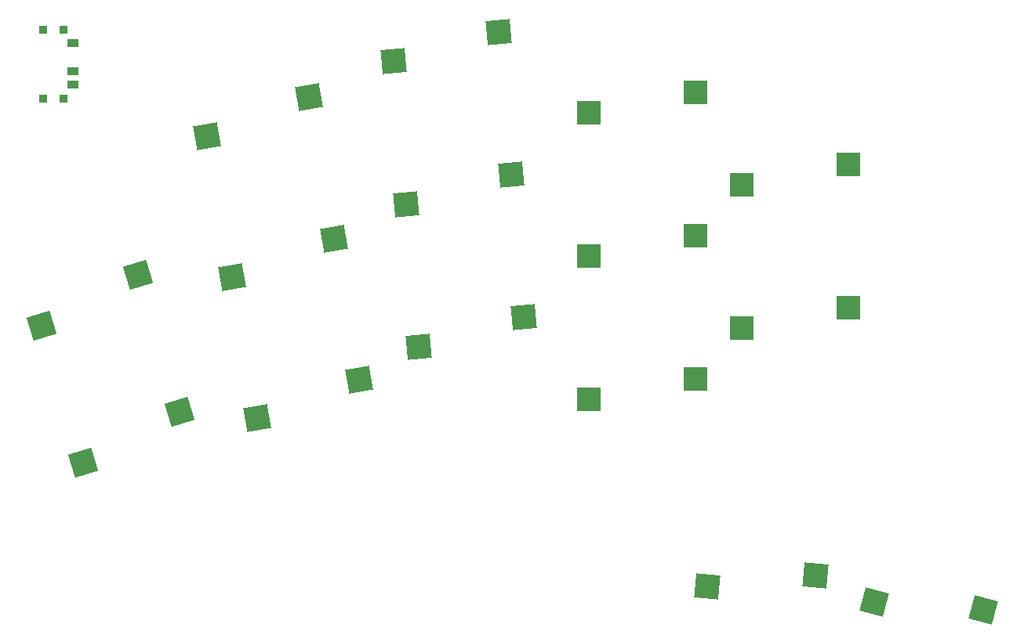
<source format=gbr>
%TF.GenerationSoftware,KiCad,Pcbnew,(6.0.4-0)*%
%TF.CreationDate,2022-06-15T11:08:26+02:00*%
%TF.ProjectId,battoota_min,62617474-6f6f-4746-915f-6d696e2e6b69,v1.0.0*%
%TF.SameCoordinates,Original*%
%TF.FileFunction,Paste,Top*%
%TF.FilePolarity,Positive*%
%FSLAX46Y46*%
G04 Gerber Fmt 4.6, Leading zero omitted, Abs format (unit mm)*
G04 Created by KiCad (PCBNEW (6.0.4-0)) date 2022-06-15 11:08:26*
%MOMM*%
%LPD*%
G01*
G04 APERTURE LIST*
G04 Aperture macros list*
%AMRotRect*
0 Rectangle, with rotation*
0 The origin of the aperture is its center*
0 $1 length*
0 $2 width*
0 $3 Rotation angle, in degrees counterclockwise*
0 Add horizontal line*
21,1,$1,$2,0,0,$3*%
G04 Aperture macros list end*
%ADD10R,0.900000X0.900000*%
%ADD11R,1.250000X0.900000*%
%ADD12RotRect,2.600000X2.600000X345.000000*%
%ADD13RotRect,2.600000X2.600000X10.000000*%
%ADD14RotRect,2.600000X2.600000X355.000000*%
%ADD15RotRect,2.600000X2.600000X17.000000*%
%ADD16RotRect,2.600000X2.600000X5.000000*%
%ADD17R,2.600000X2.600000*%
G04 APERTURE END LIST*
D10*
%TO.C,T1*%
X196121762Y-60365501D03*
X193921762Y-67765501D03*
X193921762Y-60365501D03*
X196121762Y-67765501D03*
D11*
X197096762Y-61815501D03*
X197096762Y-64815501D03*
X197096762Y-66315501D03*
%TD*%
D12*
%TO.C,S15*%
X295408301Y-123069544D03*
X283682456Y-122205220D03*
%TD*%
D13*
%TO.C,S3*%
X228012910Y-98191827D03*
X217020406Y-102364040D03*
%TD*%
D14*
%TO.C,S14*%
X277312088Y-119348142D03*
X265614297Y-120533120D03*
%TD*%
D15*
%TO.C,S1*%
X208668478Y-101692343D03*
X198266375Y-107173105D03*
%TD*%
D16*
%TO.C,S6*%
X245818021Y-91461270D03*
X234503715Y-94659546D03*
%TD*%
D13*
%TO.C,S5*%
X222629817Y-67662787D03*
X211637313Y-71835000D03*
%TD*%
D17*
%TO.C,S13*%
X280886999Y-74882001D03*
X269336999Y-77082000D03*
%TD*%
%TO.C,S11*%
X264386999Y-67132001D03*
X252836999Y-69332000D03*
%TD*%
%TO.C,S12*%
X280886999Y-90382001D03*
X269336999Y-92582000D03*
%TD*%
D16*
%TO.C,S8*%
X243116192Y-60579234D03*
X231801886Y-63777510D03*
%TD*%
D17*
%TO.C,S9*%
X264386999Y-98132001D03*
X252836999Y-100332000D03*
%TD*%
%TO.C,S10*%
X264386999Y-82632001D03*
X252836999Y-84832000D03*
%TD*%
D15*
%TO.C,S2*%
X204136717Y-86869619D03*
X193734614Y-92350381D03*
%TD*%
D13*
%TO.C,S4*%
X225321363Y-82927307D03*
X214328859Y-87099520D03*
%TD*%
D16*
%TO.C,S7*%
X244467107Y-76020252D03*
X233152801Y-79218528D03*
%TD*%
M02*

</source>
